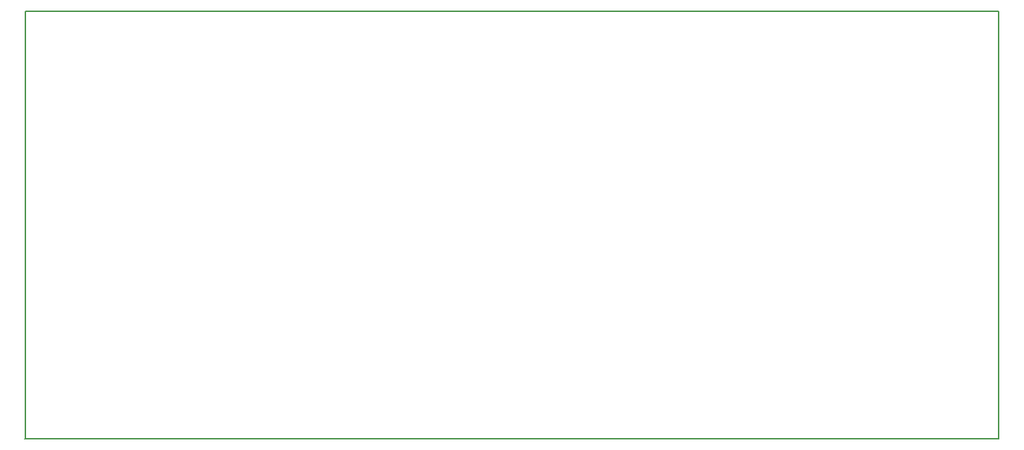
<source format=gbr>
G04 #@! TF.FileFunction,Profile,NP*
%FSLAX46Y46*%
G04 Gerber Fmt 4.6, Leading zero omitted, Abs format (unit mm)*
G04 Created by KiCad (PCBNEW 4.0.7) date 02/11/18 23:41:10*
%MOMM*%
%LPD*%
G01*
G04 APERTURE LIST*
%ADD10C,0.100000*%
%ADD11C,0.150000*%
G04 APERTURE END LIST*
D10*
D11*
X181240000Y-42580000D02*
X64260000Y-42580000D01*
X181240000Y-94000008D02*
X181240000Y-42580000D01*
X64250000Y-93990000D02*
X181230000Y-93990000D01*
X64260000Y-42579985D02*
X64260000Y-93990000D01*
M02*

</source>
